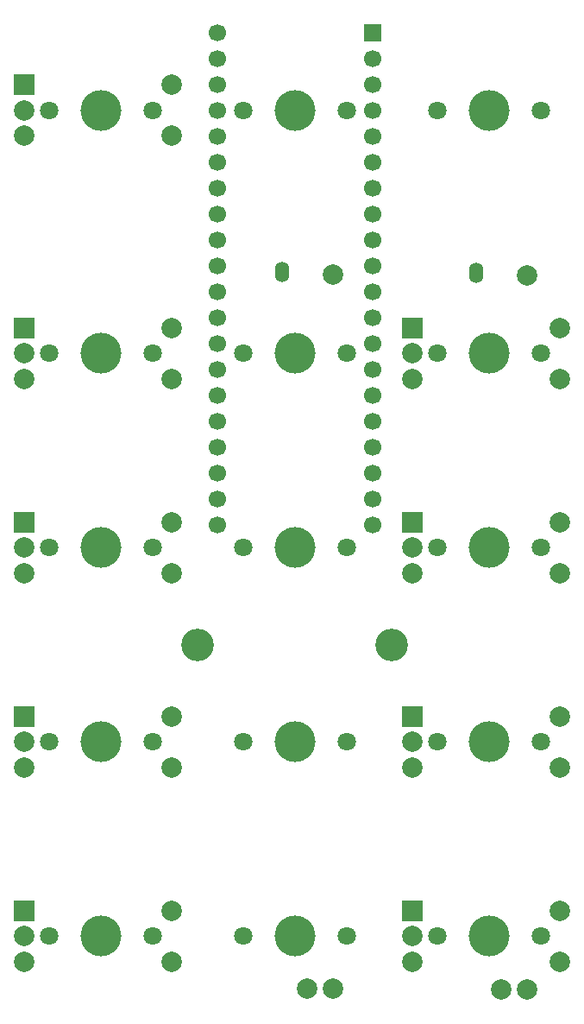
<source format=gbr>
%TF.GenerationSoftware,KiCad,Pcbnew,(6.0.2)*%
%TF.CreationDate,2022-02-17T20:40:29-08:00*%
%TF.ProjectId,keeb test board,6b656562-2074-4657-9374-20626f617264,rev?*%
%TF.SameCoordinates,Original*%
%TF.FileFunction,Soldermask,Top*%
%TF.FilePolarity,Negative*%
%FSLAX46Y46*%
G04 Gerber Fmt 4.6, Leading zero omitted, Abs format (unit mm)*
G04 Created by KiCad (PCBNEW (6.0.2)) date 2022-02-17 20:40:29*
%MOMM*%
%LPD*%
G01*
G04 APERTURE LIST*
%ADD10R,2.000000X2.000000*%
%ADD11C,2.000000*%
%ADD12C,1.800000*%
%ADD13C,4.000000*%
%ADD14C,3.200000*%
%ADD15O,1.400000X2.000000*%
%ADD16R,1.700000X1.700000*%
%ADD17C,1.700000*%
G04 APERTURE END LIST*
D10*
%TO.C,EN4*%
X65610000Y-106950000D03*
D11*
X65610000Y-111950000D03*
X65610000Y-109450000D03*
X80110000Y-111950000D03*
X80110000Y-106950000D03*
%TD*%
D10*
%TO.C,EN3*%
X103710000Y-87900000D03*
D11*
X103710000Y-92900000D03*
X103710000Y-90400000D03*
X118210000Y-92900000D03*
X118210000Y-87900000D03*
%TD*%
D12*
%TO.C,SW4*%
X116290000Y-90400000D03*
X106130000Y-90400000D03*
D13*
X111210000Y-90400000D03*
%TD*%
D12*
%TO.C,SW13*%
X116290000Y-147550000D03*
X106130000Y-147550000D03*
D13*
X111210000Y-147550000D03*
%TD*%
D10*
%TO.C,EN7*%
X103710000Y-126000000D03*
D11*
X103710000Y-131000000D03*
X103710000Y-128500000D03*
X118210000Y-131000000D03*
X118210000Y-126000000D03*
%TD*%
D10*
%TO.C,EN6*%
X65610000Y-126000000D03*
D11*
X65610000Y-131000000D03*
X65610000Y-128500000D03*
X80110000Y-131000000D03*
X80110000Y-126000000D03*
%TD*%
D10*
%TO.C,EN8*%
X65610000Y-145050000D03*
D11*
X65610000Y-150050000D03*
X65610000Y-147550000D03*
X80110000Y-150050000D03*
X80110000Y-145050000D03*
%TD*%
D13*
%TO.C,SW3*%
X92160000Y-90400000D03*
D12*
X87080000Y-90400000D03*
X97240000Y-90400000D03*
%TD*%
D10*
%TO.C,EN9*%
X103710000Y-145050000D03*
D11*
X103710000Y-150050000D03*
X103710000Y-147550000D03*
X118210000Y-150050000D03*
X118210000Y-145050000D03*
%TD*%
D13*
%TO.C,SW14*%
X92160000Y-66587500D03*
D12*
X87080000Y-66587500D03*
X97240000Y-66587500D03*
%TD*%
%TO.C,SW9*%
X97240000Y-128500000D03*
X87080000Y-128500000D03*
D13*
X92160000Y-128500000D03*
%TD*%
D10*
%TO.C,EN1*%
X65610000Y-64087500D03*
D11*
X65610000Y-69087500D03*
X65610000Y-66587500D03*
X80110000Y-69087500D03*
X80110000Y-64087500D03*
%TD*%
D14*
%TO.C,H4*%
X101685000Y-118975000D03*
%TD*%
D13*
%TO.C,SW11*%
X73110000Y-147550000D03*
D12*
X68030000Y-147550000D03*
X78190000Y-147550000D03*
%TD*%
%TO.C,SW15*%
X116290000Y-66587500D03*
D13*
X111210000Y-66587500D03*
D12*
X106130000Y-66587500D03*
%TD*%
D11*
%TO.C,VR3*%
X114960000Y-152780000D03*
X112460000Y-152780000D03*
D15*
X109960000Y-82480000D03*
D11*
X114960000Y-82780000D03*
%TD*%
D12*
%TO.C,SW8*%
X78190000Y-128500000D03*
X68030000Y-128500000D03*
D13*
X73110000Y-128500000D03*
%TD*%
D10*
%TO.C,EN5*%
X103710000Y-106950000D03*
D11*
X103710000Y-111950000D03*
X103710000Y-109450000D03*
X118210000Y-111950000D03*
X118210000Y-106950000D03*
%TD*%
D12*
%TO.C,SW12*%
X97240000Y-147550000D03*
X87080000Y-147550000D03*
D13*
X92160000Y-147550000D03*
%TD*%
%TO.C,SW7*%
X111210000Y-109450000D03*
D12*
X106130000Y-109450000D03*
X116290000Y-109450000D03*
%TD*%
%TO.C,SW6*%
X97240000Y-109450000D03*
X87080000Y-109450000D03*
D13*
X92160000Y-109450000D03*
%TD*%
D12*
%TO.C,SW10*%
X106130000Y-128500000D03*
D13*
X111210000Y-128500000D03*
D12*
X116290000Y-128500000D03*
%TD*%
D10*
%TO.C,EN2*%
X65610000Y-87900000D03*
D11*
X65610000Y-92900000D03*
X65610000Y-90400000D03*
X80110000Y-92900000D03*
X80110000Y-87900000D03*
%TD*%
%TO.C,VR2*%
X95910000Y-152705000D03*
X93410000Y-152705000D03*
D15*
X90910000Y-82405000D03*
D11*
X95910000Y-82705000D03*
%TD*%
D12*
%TO.C,SW5*%
X78190000Y-109450000D03*
D13*
X73110000Y-109450000D03*
D12*
X68030000Y-109450000D03*
%TD*%
D13*
%TO.C,SW2*%
X73110000Y-90400000D03*
D12*
X68030000Y-90400000D03*
X78190000Y-90400000D03*
%TD*%
D14*
%TO.C,H3*%
X82635000Y-118975000D03*
%TD*%
D12*
%TO.C,SW1*%
X78190000Y-66587500D03*
D13*
X73110000Y-66587500D03*
D12*
X68030000Y-66587500D03*
%TD*%
D16*
%TO.C,U1*%
X99780000Y-58967500D03*
D17*
X99780000Y-61507500D03*
X99780000Y-64047500D03*
X99780000Y-66587500D03*
X99780000Y-69127500D03*
X99780000Y-71667500D03*
X99780000Y-74207500D03*
X99780000Y-76747500D03*
X99780000Y-79287500D03*
X99780000Y-81827500D03*
X99780000Y-84367500D03*
X99780000Y-86907500D03*
X99780000Y-89447500D03*
X99780000Y-91987500D03*
X99780000Y-94527500D03*
X99780000Y-97067500D03*
X99780000Y-99607500D03*
X99780000Y-102147500D03*
X99780000Y-104687500D03*
X99780000Y-107227500D03*
X84540000Y-107227500D03*
X84540000Y-104687500D03*
X84540000Y-102147500D03*
X84540000Y-99607500D03*
X84540000Y-97067500D03*
X84540000Y-94527500D03*
X84540000Y-91987500D03*
X84540000Y-89447500D03*
X84540000Y-86907500D03*
X84540000Y-84367500D03*
X84540000Y-81827500D03*
X84540000Y-79287500D03*
X84540000Y-76747500D03*
X84540000Y-74207500D03*
X84540000Y-71667500D03*
X84540000Y-69127500D03*
X84540000Y-66587500D03*
X84540000Y-64047500D03*
X84540000Y-61507500D03*
X84540000Y-58967500D03*
%TD*%
M02*

</source>
